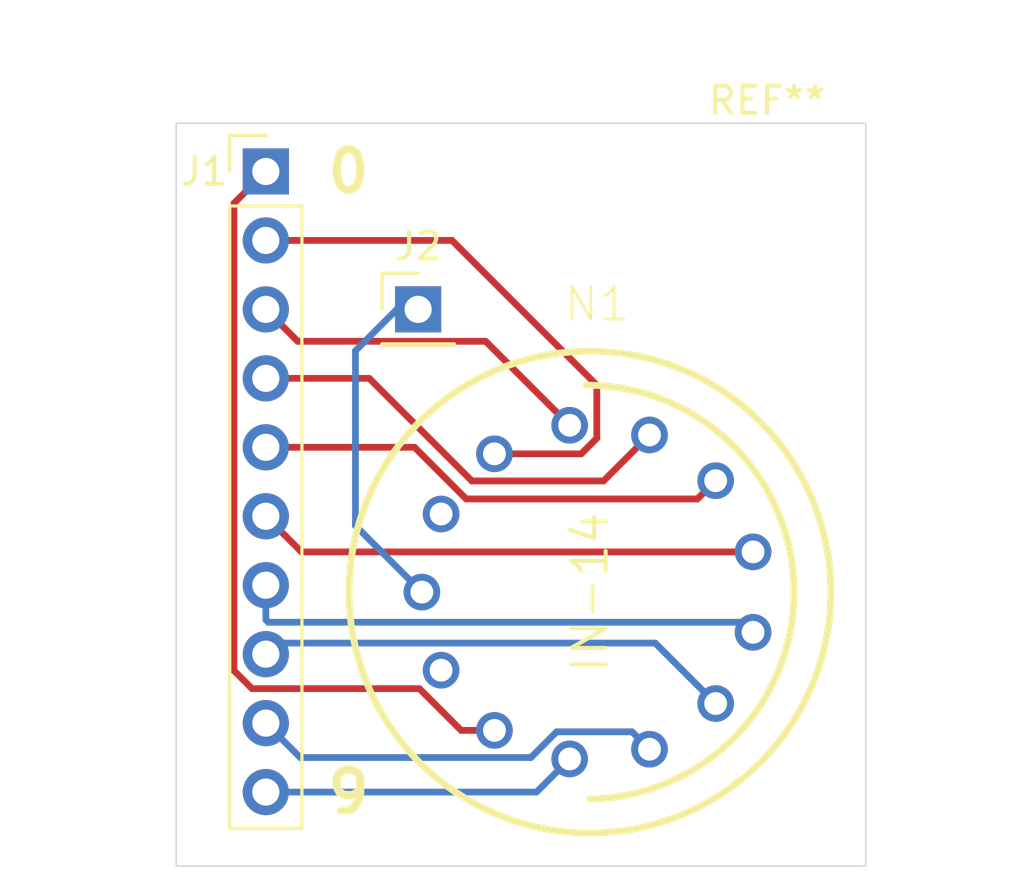
<source format=kicad_pcb>
(kicad_pcb (version 20171130) (host pcbnew 5.1.10)

  (general
    (thickness 1.6)
    (drawings 8)
    (tracks 42)
    (zones 0)
    (modules 4)
    (nets 14)
  )

  (page A4)
  (layers
    (0 F.Cu signal)
    (31 B.Cu signal)
    (32 B.Adhes user)
    (33 F.Adhes user)
    (34 B.Paste user)
    (35 F.Paste user)
    (36 B.SilkS user)
    (37 F.SilkS user)
    (38 B.Mask user)
    (39 F.Mask user)
    (40 Dwgs.User user)
    (41 Cmts.User user)
    (42 Eco1.User user)
    (43 Eco2.User user)
    (44 Edge.Cuts user)
    (45 Margin user)
    (46 B.CrtYd user)
    (47 F.CrtYd user)
    (48 B.Fab user)
    (49 F.Fab user)
  )

  (setup
    (last_trace_width 0.25)
    (trace_clearance 0.2)
    (zone_clearance 0.508)
    (zone_45_only no)
    (trace_min 0.2)
    (via_size 0.8)
    (via_drill 0.4)
    (via_min_size 0.4)
    (via_min_drill 0.3)
    (uvia_size 0.3)
    (uvia_drill 0.1)
    (uvias_allowed no)
    (uvia_min_size 0.2)
    (uvia_min_drill 0.1)
    (edge_width 0.05)
    (segment_width 0.2)
    (pcb_text_width 0.3)
    (pcb_text_size 1.5 1.5)
    (mod_edge_width 0.12)
    (mod_text_size 1 1)
    (mod_text_width 0.15)
    (pad_size 1.524 1.524)
    (pad_drill 0.762)
    (pad_to_mask_clearance 0)
    (aux_axis_origin 0 0)
    (visible_elements FFFFFF7F)
    (pcbplotparams
      (layerselection 0x010fc_ffffffff)
      (usegerberextensions false)
      (usegerberattributes true)
      (usegerberadvancedattributes true)
      (creategerberjobfile true)
      (excludeedgelayer true)
      (linewidth 0.100000)
      (plotframeref false)
      (viasonmask false)
      (mode 1)
      (useauxorigin false)
      (hpglpennumber 1)
      (hpglpenspeed 20)
      (hpglpendiameter 15.000000)
      (psnegative false)
      (psa4output false)
      (plotreference true)
      (plotvalue true)
      (plotinvisibletext false)
      (padsonsilk false)
      (subtractmaskfromsilk false)
      (outputformat 1)
      (mirror false)
      (drillshape 1)
      (scaleselection 1)
      (outputdirectory ""))
  )

  (net 0 "")
  (net 1 "Net-(J1-Pad10)")
  (net 2 "Net-(J1-Pad9)")
  (net 3 "Net-(J1-Pad8)")
  (net 4 "Net-(J1-Pad7)")
  (net 5 "Net-(J1-Pad6)")
  (net 6 "Net-(J1-Pad5)")
  (net 7 "Net-(J1-Pad4)")
  (net 8 "Net-(J1-Pad3)")
  (net 9 "Net-(J1-Pad2)")
  (net 10 "Net-(J1-Pad1)")
  (net 11 "Net-(J2-Pad1)")
  (net 12 "Net-(N1-PadRHDP)")
  (net 13 "Net-(N1-PadLHDP)")

  (net_class Default "This is the default net class."
    (clearance 0.2)
    (trace_width 0.25)
    (via_dia 0.8)
    (via_drill 0.4)
    (uvia_dia 0.3)
    (uvia_drill 0.1)
    (add_net "Net-(J1-Pad1)")
    (add_net "Net-(J1-Pad10)")
    (add_net "Net-(J1-Pad2)")
    (add_net "Net-(J1-Pad3)")
    (add_net "Net-(J1-Pad4)")
    (add_net "Net-(J1-Pad5)")
    (add_net "Net-(J1-Pad6)")
    (add_net "Net-(J1-Pad7)")
    (add_net "Net-(J1-Pad8)")
    (add_net "Net-(J1-Pad9)")
    (add_net "Net-(J2-Pad1)")
    (add_net "Net-(N1-PadLHDP)")
    (add_net "Net-(N1-PadRHDP)")
  )

  (module MountingHole:MountingHole_3.2mm_M3 (layer F.Cu) (tedit 56D1B4CB) (tstamp 61A61FB7)
    (at 100.5 75.5)
    (descr "Mounting Hole 3.2mm, no annular, M3")
    (tags "mounting hole 3.2mm no annular m3")
    (attr virtual)
    (fp_text reference REF** (at 0 -4.2) (layer F.SilkS)
      (effects (font (size 1 1) (thickness 0.15)))
    )
    (fp_text value MountingHole_3.2mm_M3 (at 0 4.2) (layer F.Fab)
      (effects (font (size 1 1) (thickness 0.15)))
    )
    (fp_circle (center 0 0) (end 3.45 0) (layer F.CrtYd) (width 0.05))
    (fp_circle (center 0 0) (end 3.2 0) (layer Cmts.User) (width 0.15))
    (fp_text user %R (at 0.3 0) (layer F.Fab)
      (effects (font (size 1 1) (thickness 0.15)))
    )
    (pad 1 np_thru_hole circle (at 0 0) (size 3.2 3.2) (drill 3.2) (layers *.Cu *.Mask))
  )

  (module nixies-us:IN-14 (layer F.Cu) (tedit 0) (tstamp 61A60F43)
    (at 93.98 89.408 270)
    (path /61AAE64D)
    (fp_text reference N1 (at -9.906 1.016) (layer F.SilkS)
      (effects (font (size 1.2065 1.2065) (thickness 0.1016)) (justify left bottom))
    )
    (fp_text value IN-14 (at 0 0 90) (layer F.SilkS)
      (effects (font (size 1.27 1.27) (thickness 0.15)))
    )
    (fp_circle (center 0 0) (end 8.8744 0) (layer F.SilkS) (width 0.254))
    (fp_arc (start 0.00005 0.0794) (end -7.62 0.1588) (angle 180) (layer F.SilkS) (width 0.254))
    (pad RHDP thru_hole circle (at -2.8766 5.4809 270) (size 1.348 1.348) (drill 0.84) (layers *.Cu *.Mask)
      (net 12 "Net-(N1-PadRHDP)") (solder_mask_margin 0.1016))
    (pad 1 thru_hole circle (at -5.0942 3.5163 270) (size 1.348 1.348) (drill 0.84) (layers *.Cu *.Mask)
      (net 9 "Net-(J1-Pad2)") (solder_mask_margin 0.1016))
    (pad 2 thru_hole circle (at -6.1448 0.7461 270) (size 1.348 1.348) (drill 0.84) (layers *.Cu *.Mask)
      (net 8 "Net-(J1-Pad3)") (solder_mask_margin 0.1016))
    (pad 3 thru_hole circle (at -5.7877 -2.195 270) (size 1.348 1.348) (drill 0.84) (layers *.Cu *.Mask)
      (net 7 "Net-(J1-Pad4)") (solder_mask_margin 0.1016))
    (pad 4 thru_hole circle (at -4.1047 -4.6332 270) (size 1.348 1.348) (drill 0.84) (layers *.Cu *.Mask)
      (net 6 "Net-(J1-Pad5)") (solder_mask_margin 0.1016))
    (pad 5 thru_hole circle (at -1.4813 -6.0101 270) (size 1.348 1.348) (drill 0.84) (layers *.Cu *.Mask)
      (net 5 "Net-(J1-Pad6)") (solder_mask_margin 0.1016))
    (pad 6 thru_hole circle (at 1.4813 -6.0101 270) (size 1.348 1.348) (drill 0.84) (layers *.Cu *.Mask)
      (net 4 "Net-(J1-Pad7)") (solder_mask_margin 0.1016))
    (pad 7 thru_hole circle (at 4.1047 -4.6332 270) (size 1.348 1.348) (drill 0.84) (layers *.Cu *.Mask)
      (net 3 "Net-(J1-Pad8)") (solder_mask_margin 0.1016))
    (pad 8 thru_hole circle (at 5.7877 -2.195 270) (size 1.348 1.348) (drill 0.84) (layers *.Cu *.Mask)
      (net 2 "Net-(J1-Pad9)") (solder_mask_margin 0.1016))
    (pad 9 thru_hole circle (at 6.1448 0.7461 270) (size 1.348 1.348) (drill 0.84) (layers *.Cu *.Mask)
      (net 1 "Net-(J1-Pad10)") (solder_mask_margin 0.1016))
    (pad 0 thru_hole circle (at 5.0942 3.5163 270) (size 1.348 1.348) (drill 0.84) (layers *.Cu *.Mask)
      (net 10 "Net-(J1-Pad1)") (solder_mask_margin 0.1016))
    (pad LHDP thru_hole circle (at 2.8766 5.4809 270) (size 1.348 1.348) (drill 0.84) (layers *.Cu *.Mask)
      (net 13 "Net-(N1-PadLHDP)") (solder_mask_margin 0.1016))
    (pad A thru_hole circle (at 0 6.1899 270) (size 1.348 1.348) (drill 0.84) (layers *.Cu *.Mask)
      (net 11 "Net-(J2-Pad1)") (solder_mask_margin 0.1016))
  )

  (module Connector_PinHeader_2.54mm:PinHeader_1x01_P2.54mm_Vertical (layer F.Cu) (tedit 59FED5CC) (tstamp 61A60F30)
    (at 87.652 78.994)
    (descr "Through hole straight pin header, 1x01, 2.54mm pitch, single row")
    (tags "Through hole pin header THT 1x01 2.54mm single row")
    (path /61AB3C6F)
    (fp_text reference J2 (at 0 -2.33) (layer F.SilkS)
      (effects (font (size 1 1) (thickness 0.15)))
    )
    (fp_text value Conn_01x01_Male (at 0 2.33) (layer F.Fab)
      (effects (font (size 1 1) (thickness 0.15)))
    )
    (fp_line (start -0.635 -1.27) (end 1.27 -1.27) (layer F.Fab) (width 0.1))
    (fp_line (start 1.27 -1.27) (end 1.27 1.27) (layer F.Fab) (width 0.1))
    (fp_line (start 1.27 1.27) (end -1.27 1.27) (layer F.Fab) (width 0.1))
    (fp_line (start -1.27 1.27) (end -1.27 -0.635) (layer F.Fab) (width 0.1))
    (fp_line (start -1.27 -0.635) (end -0.635 -1.27) (layer F.Fab) (width 0.1))
    (fp_line (start -1.33 1.33) (end 1.33 1.33) (layer F.SilkS) (width 0.12))
    (fp_line (start -1.33 1.27) (end -1.33 1.33) (layer F.SilkS) (width 0.12))
    (fp_line (start 1.33 1.27) (end 1.33 1.33) (layer F.SilkS) (width 0.12))
    (fp_line (start -1.33 1.27) (end 1.33 1.27) (layer F.SilkS) (width 0.12))
    (fp_line (start -1.33 0) (end -1.33 -1.33) (layer F.SilkS) (width 0.12))
    (fp_line (start -1.33 -1.33) (end 0 -1.33) (layer F.SilkS) (width 0.12))
    (fp_line (start -1.8 -1.8) (end -1.8 1.8) (layer F.CrtYd) (width 0.05))
    (fp_line (start -1.8 1.8) (end 1.8 1.8) (layer F.CrtYd) (width 0.05))
    (fp_line (start 1.8 1.8) (end 1.8 -1.8) (layer F.CrtYd) (width 0.05))
    (fp_line (start 1.8 -1.8) (end -1.8 -1.8) (layer F.CrtYd) (width 0.05))
    (fp_text user %R (at 0 0 90) (layer F.Fab)
      (effects (font (size 1 1) (thickness 0.15)))
    )
    (pad 1 thru_hole rect (at 0 0) (size 1.7 1.7) (drill 1) (layers *.Cu *.Mask)
      (net 11 "Net-(J2-Pad1)"))
    (model ${KISYS3DMOD}/Connector_PinHeader_2.54mm.3dshapes/PinHeader_1x01_P2.54mm_Vertical.wrl
      (at (xyz 0 0 0))
      (scale (xyz 1 1 1))
      (rotate (xyz 0 0 0))
    )
  )

  (module Connector_PinHeader_2.54mm:PinHeader_1x10_P2.54mm_Vertical (layer F.Cu) (tedit 59FED5CC) (tstamp 61A60F1B)
    (at 82.042 73.914)
    (descr "Through hole straight pin header, 1x10, 2.54mm pitch, single row")
    (tags "Through hole pin header THT 1x10 2.54mm single row")
    (path /61AB03D5)
    (fp_text reference J1 (at -2.286 0) (layer F.SilkS)
      (effects (font (size 1 1) (thickness 0.15)))
    )
    (fp_text value Conn_01x10_Male (at 0 25.19) (layer F.Fab)
      (effects (font (size 1 1) (thickness 0.15)))
    )
    (fp_line (start -0.635 -1.27) (end 1.27 -1.27) (layer F.Fab) (width 0.1))
    (fp_line (start 1.27 -1.27) (end 1.27 24.13) (layer F.Fab) (width 0.1))
    (fp_line (start 1.27 24.13) (end -1.27 24.13) (layer F.Fab) (width 0.1))
    (fp_line (start -1.27 24.13) (end -1.27 -0.635) (layer F.Fab) (width 0.1))
    (fp_line (start -1.27 -0.635) (end -0.635 -1.27) (layer F.Fab) (width 0.1))
    (fp_line (start -1.33 24.19) (end 1.33 24.19) (layer F.SilkS) (width 0.12))
    (fp_line (start -1.33 1.27) (end -1.33 24.19) (layer F.SilkS) (width 0.12))
    (fp_line (start 1.33 1.27) (end 1.33 24.19) (layer F.SilkS) (width 0.12))
    (fp_line (start -1.33 1.27) (end 1.33 1.27) (layer F.SilkS) (width 0.12))
    (fp_line (start -1.33 0) (end -1.33 -1.33) (layer F.SilkS) (width 0.12))
    (fp_line (start -1.33 -1.33) (end 0 -1.33) (layer F.SilkS) (width 0.12))
    (fp_line (start -1.8 -1.8) (end -1.8 24.65) (layer F.CrtYd) (width 0.05))
    (fp_line (start -1.8 24.65) (end 1.8 24.65) (layer F.CrtYd) (width 0.05))
    (fp_line (start 1.8 24.65) (end 1.8 -1.8) (layer F.CrtYd) (width 0.05))
    (fp_line (start 1.8 -1.8) (end -1.8 -1.8) (layer F.CrtYd) (width 0.05))
    (fp_text user %R (at 0 11.43 90) (layer F.Fab)
      (effects (font (size 1 1) (thickness 0.15)))
    )
    (pad 10 thru_hole oval (at 0 22.86) (size 1.7 1.7) (drill 1) (layers *.Cu *.Mask)
      (net 1 "Net-(J1-Pad10)"))
    (pad 9 thru_hole oval (at 0 20.32) (size 1.7 1.7) (drill 1) (layers *.Cu *.Mask)
      (net 2 "Net-(J1-Pad9)"))
    (pad 8 thru_hole oval (at 0 17.78) (size 1.7 1.7) (drill 1) (layers *.Cu *.Mask)
      (net 3 "Net-(J1-Pad8)"))
    (pad 7 thru_hole oval (at 0 15.24) (size 1.7 1.7) (drill 1) (layers *.Cu *.Mask)
      (net 4 "Net-(J1-Pad7)"))
    (pad 6 thru_hole oval (at 0 12.7) (size 1.7 1.7) (drill 1) (layers *.Cu *.Mask)
      (net 5 "Net-(J1-Pad6)"))
    (pad 5 thru_hole oval (at 0 10.16) (size 1.7 1.7) (drill 1) (layers *.Cu *.Mask)
      (net 6 "Net-(J1-Pad5)"))
    (pad 4 thru_hole oval (at 0 7.62) (size 1.7 1.7) (drill 1) (layers *.Cu *.Mask)
      (net 7 "Net-(J1-Pad4)"))
    (pad 3 thru_hole oval (at 0 5.08) (size 1.7 1.7) (drill 1) (layers *.Cu *.Mask)
      (net 8 "Net-(J1-Pad3)"))
    (pad 2 thru_hole oval (at 0 2.54) (size 1.7 1.7) (drill 1) (layers *.Cu *.Mask)
      (net 9 "Net-(J1-Pad2)"))
    (pad 1 thru_hole rect (at 0 0) (size 1.7 1.7) (drill 1) (layers *.Cu *.Mask)
      (net 10 "Net-(J1-Pad1)"))
    (model ${KISYS3DMOD}/Connector_PinHeader_2.54mm.3dshapes/PinHeader_1x10_P2.54mm_Vertical.wrl
      (at (xyz 0 0 0))
      (scale (xyz 1 1 1))
      (rotate (xyz 0 0 0))
    )
  )

  (dimension 27.364 (width 0.15) (layer Dwgs.User) (tstamp 61A61259)
    (gr_text "27.364 mm" (at 75.916001 85.818 270) (layer Dwgs.User) (tstamp 61A61259)
      (effects (font (size 1 1) (thickness 0.15)))
    )
    (feature1 (pts (xy 77.724 99.5) (xy 76.62958 99.5)))
    (feature2 (pts (xy 77.724 72.136) (xy 76.62958 72.136)))
    (crossbar (pts (xy 77.216001 72.136) (xy 77.216001 99.5)))
    (arrow1a (pts (xy 77.216001 99.5) (xy 76.62958 98.373496)))
    (arrow1b (pts (xy 77.216001 99.5) (xy 77.802422 98.373496)))
    (arrow2a (pts (xy 77.216001 72.136) (xy 76.62958 73.262504)))
    (arrow2b (pts (xy 77.216001 72.136) (xy 77.802422 73.262504)))
  )
  (dimension 25.4 (width 0.15) (layer Dwgs.User)
    (gr_text "25.400 mm" (at 91.44 70.895999) (layer Dwgs.User)
      (effects (font (size 1 1) (thickness 0.15)))
    )
    (feature1 (pts (xy 104.14 69.088) (xy 104.14 70.18242)))
    (feature2 (pts (xy 78.74 69.088) (xy 78.74 70.18242)))
    (crossbar (pts (xy 78.74 69.595999) (xy 104.14 69.595999)))
    (arrow1a (pts (xy 104.14 69.595999) (xy 103.013496 70.18242)))
    (arrow1b (pts (xy 104.14 69.595999) (xy 103.013496 69.009578)))
    (arrow2a (pts (xy 78.74 69.595999) (xy 79.866504 70.18242)))
    (arrow2b (pts (xy 78.74 69.595999) (xy 79.866504 69.009578)))
  )
  (gr_line (start 78.74 72.136) (end 104.14 72.136) (layer Edge.Cuts) (width 0.05))
  (gr_line (start 104.14 99.5) (end 104.14 72.136) (layer Edge.Cuts) (width 0.05))
  (gr_line (start 78.74 99.5) (end 104.14 99.5) (layer Edge.Cuts) (width 0.05))
  (gr_line (start 78.74 72.136) (end 78.74 99.5) (layer Edge.Cuts) (width 0.05))
  (gr_text 9 (at 85.09 96.774) (layer F.SilkS)
    (effects (font (size 1.5 1.5) (thickness 0.3)))
  )
  (gr_text 0 (at 85.09 73.914) (layer F.SilkS)
    (effects (font (size 1.5 1.5) (thickness 0.3)))
  )

  (segment (start 92.0127 96.774) (end 93.2339 95.5528) (width 0.25) (layer B.Cu) (net 1))
  (segment (start 82.042 96.774) (end 92.0127 96.774) (width 0.25) (layer B.Cu) (net 1))
  (segment (start 95.533099 94.553799) (end 96.175 95.1957) (width 0.25) (layer B.Cu) (net 2))
  (segment (start 92.754379 94.553799) (end 95.533099 94.553799) (width 0.25) (layer B.Cu) (net 2))
  (segment (start 91.806977 95.501201) (end 92.754379 94.553799) (width 0.25) (layer B.Cu) (net 2))
  (segment (start 83.309201 95.501201) (end 91.806977 95.501201) (width 0.25) (layer B.Cu) (net 2))
  (segment (start 82.042 94.234) (end 83.309201 95.501201) (width 0.25) (layer B.Cu) (net 2))
  (segment (start 96.386099 91.285599) (end 98.6132 93.5127) (width 0.25) (layer B.Cu) (net 3))
  (segment (start 82.450401 91.285599) (end 96.386099 91.285599) (width 0.25) (layer B.Cu) (net 3))
  (segment (start 82.042 91.694) (end 82.450401 91.285599) (width 0.25) (layer B.Cu) (net 3))
  (segment (start 99.619799 90.518999) (end 99.9901 90.8893) (width 0.25) (layer B.Cu) (net 4))
  (segment (start 82.136999 90.518999) (end 99.619799 90.518999) (width 0.25) (layer B.Cu) (net 4))
  (segment (start 82.042 90.424) (end 82.136999 90.518999) (width 0.25) (layer B.Cu) (net 4))
  (segment (start 82.042 89.154) (end 82.042 90.424) (width 0.25) (layer B.Cu) (net 4))
  (segment (start 83.3547 87.9267) (end 99.9901 87.9267) (width 0.25) (layer F.Cu) (net 5))
  (segment (start 82.042 86.614) (end 83.3547 87.9267) (width 0.25) (layer F.Cu) (net 5))
  (segment (start 89.423521 85.977299) (end 97.939201 85.977299) (width 0.25) (layer F.Cu) (net 6))
  (segment (start 87.520222 84.074) (end 89.423521 85.977299) (width 0.25) (layer F.Cu) (net 6))
  (segment (start 97.939201 85.977299) (end 98.6132 85.3033) (width 0.25) (layer F.Cu) (net 6))
  (segment (start 82.042 84.074) (end 87.520222 84.074) (width 0.25) (layer F.Cu) (net 6))
  (segment (start 82.042 81.534) (end 85.852 81.534) (width 0.25) (layer F.Cu) (net 7))
  (segment (start 94.482499 85.312801) (end 96.175 83.6203) (width 0.25) (layer F.Cu) (net 7))
  (segment (start 89.630801 85.312801) (end 94.482499 85.312801) (width 0.25) (layer F.Cu) (net 7))
  (segment (start 85.852 81.534) (end 89.630801 85.312801) (width 0.25) (layer F.Cu) (net 7))
  (segment (start 90.139701 80.169001) (end 93.2339 83.2632) (width 0.25) (layer F.Cu) (net 8))
  (segment (start 83.217001 80.169001) (end 90.139701 80.169001) (width 0.25) (layer F.Cu) (net 8))
  (segment (start 82.042 78.994) (end 83.217001 80.169001) (width 0.25) (layer F.Cu) (net 8))
  (segment (start 82.042 76.454) (end 88.9 76.454) (width 0.25) (layer F.Cu) (net 9))
  (segment (start 93.661822 84.3138) (end 90.4637 84.3138) (width 0.25) (layer F.Cu) (net 9))
  (segment (start 94.232901 83.742721) (end 93.661822 84.3138) (width 0.25) (layer F.Cu) (net 9))
  (segment (start 94.232901 81.786901) (end 94.232901 83.742721) (width 0.25) (layer F.Cu) (net 9))
  (segment (start 88.9 76.454) (end 94.232901 81.786901) (width 0.25) (layer F.Cu) (net 9))
  (segment (start 89.238178 94.5022) (end 90.4637 94.5022) (width 0.25) (layer F.Cu) (net 10))
  (segment (start 81.534 92.964) (end 87.699978 92.964) (width 0.25) (layer F.Cu) (net 10))
  (segment (start 87.699978 92.964) (end 89.238178 94.5022) (width 0.25) (layer F.Cu) (net 10))
  (segment (start 80.866999 92.296999) (end 81.534 92.964) (width 0.25) (layer F.Cu) (net 10))
  (segment (start 80.866999 75.089001) (end 80.866999 92.296999) (width 0.25) (layer F.Cu) (net 10))
  (segment (start 82.042 73.914) (end 80.866999 75.089001) (width 0.25) (layer F.Cu) (net 10))
  (segment (start 87.652 78.994) (end 86.868 78.994) (width 0.25) (layer B.Cu) (net 11))
  (segment (start 86.868 78.994) (end 85.344 80.518) (width 0.25) (layer B.Cu) (net 11))
  (segment (start 85.344 86.9619) (end 87.7901 89.408) (width 0.25) (layer B.Cu) (net 11))
  (segment (start 85.344 80.518) (end 85.344 86.9619) (width 0.25) (layer B.Cu) (net 11))

)

</source>
